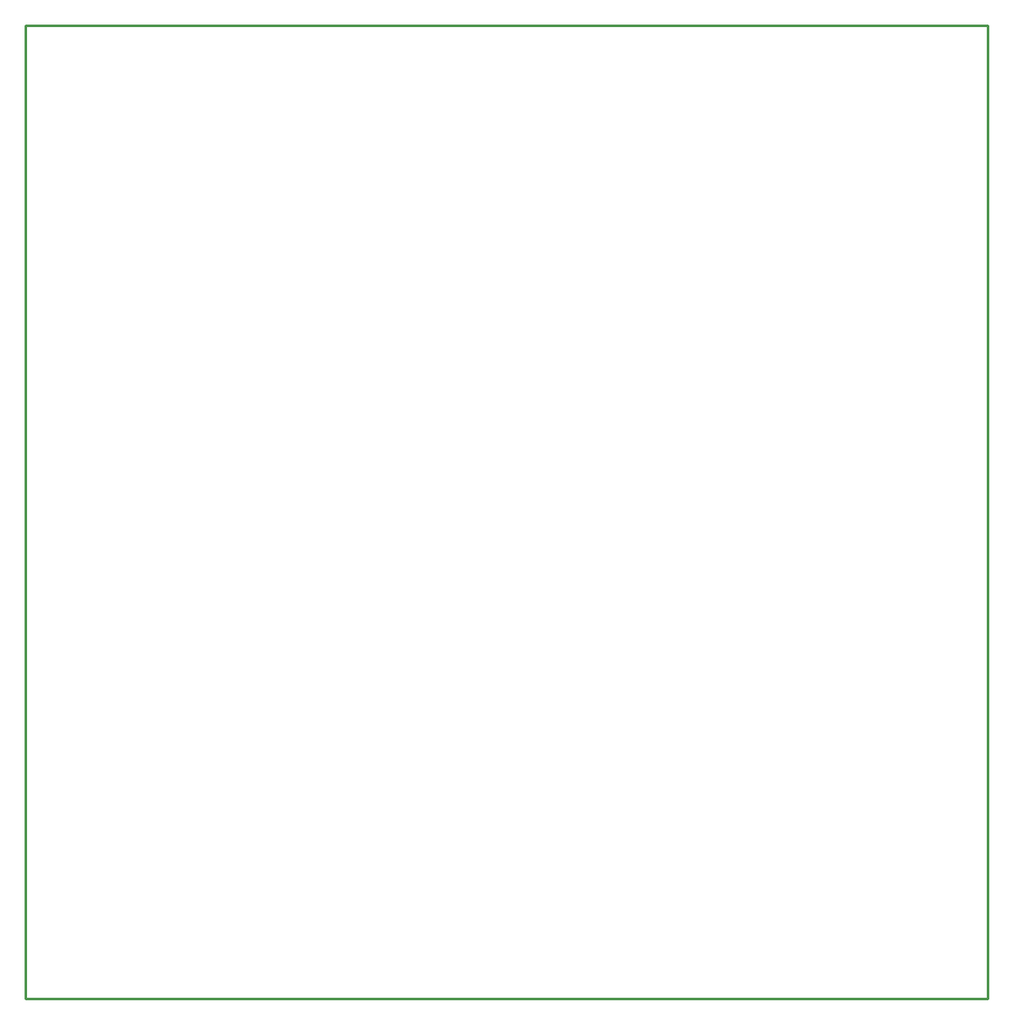
<source format=gko>
G04 Layer_Color=16711935*
%FSTAX24Y24*%
%MOIN*%
G70*
G01*
G75*
%ADD14C,0.0100*%
D14*
X01145Y0486D02*
X0116D01*
X04935D01*
X01145Y03905D02*
Y0486D01*
X04935Y0103D02*
Y0486D01*
X01145Y0103D02*
X04935D01*
X01145D02*
Y03905D01*
M02*

</source>
